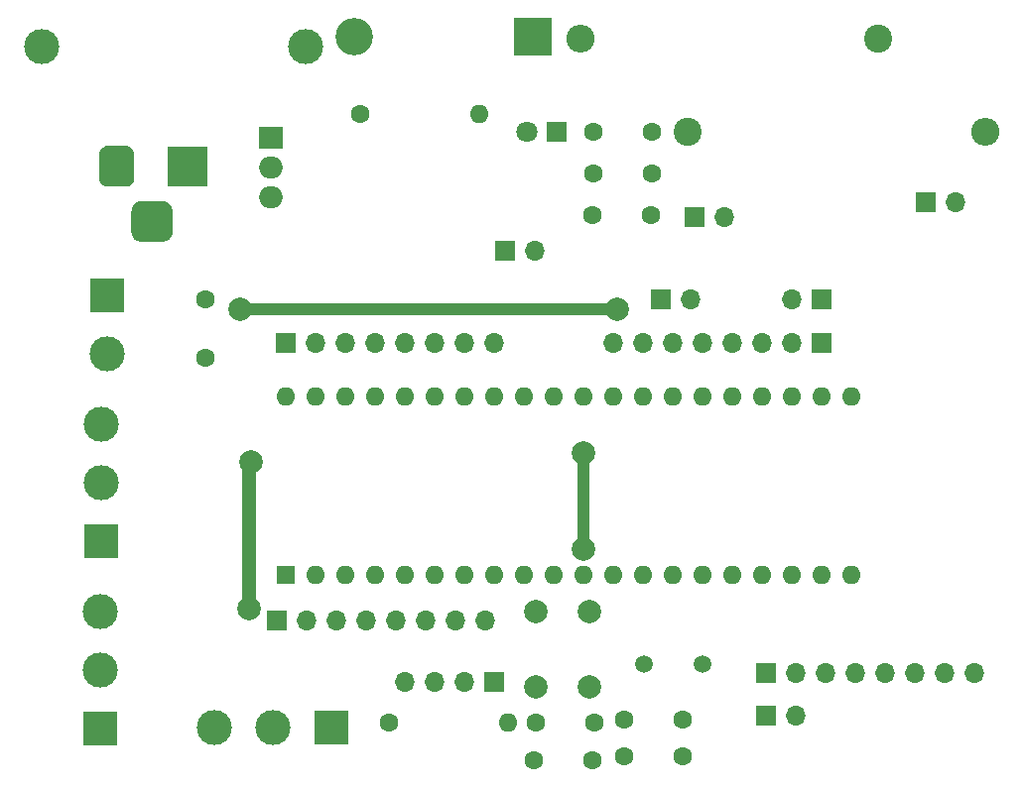
<source format=gtl>
G04 #@! TF.GenerationSoftware,KiCad,Pcbnew,(5.1.5)-3*
G04 #@! TF.CreationDate,2020-06-25T00:50:39+02:00*
G04 #@! TF.ProjectId,Distr_PCB,44697374-725f-4504-9342-2e6b69636164,rev?*
G04 #@! TF.SameCoordinates,Original*
G04 #@! TF.FileFunction,Copper,L1,Top*
G04 #@! TF.FilePolarity,Positive*
%FSLAX46Y46*%
G04 Gerber Fmt 4.6, Leading zero omitted, Abs format (unit mm)*
G04 Created by KiCad (PCBNEW (5.1.5)-3) date 2020-06-25 00:50:39*
%MOMM*%
%LPD*%
G04 APERTURE LIST*
%ADD10C,3.000000*%
%ADD11R,3.000000X3.000000*%
%ADD12O,1.700000X1.700000*%
%ADD13R,1.700000X1.700000*%
%ADD14C,1.600000*%
%ADD15R,3.200000X3.200000*%
%ADD16O,3.200000X3.200000*%
%ADD17R,1.800000X1.800000*%
%ADD18C,1.800000*%
%ADD19R,3.500000X3.500000*%
%ADD20C,0.100000*%
%ADD21C,2.400000*%
%ADD22O,2.400000X2.400000*%
%ADD23O,1.600000X1.600000*%
%ADD24R,2.000000X1.905000*%
%ADD25O,2.000000X1.905000*%
%ADD26C,2.000000*%
%ADD27R,1.600000X1.600000*%
%ADD28C,1.500000*%
%ADD29C,1.000000*%
%ADD30C,1.200000*%
G04 APERTURE END LIST*
D10*
X144145000Y-58905000D03*
X121645000Y-58905000D03*
X136345000Y-117005000D03*
X141345000Y-117005000D03*
D11*
X146345000Y-117005000D03*
D12*
X163710000Y-76280000D03*
D13*
X161170000Y-76280000D03*
D14*
X173702000Y-66180000D03*
X168702000Y-66180000D03*
X135602000Y-85484000D03*
X135602000Y-80484000D03*
D15*
X163542000Y-58052000D03*
D16*
X148302000Y-58052000D03*
D17*
X165574000Y-66180000D03*
D18*
X163034000Y-66180000D03*
D19*
X134030000Y-69100000D03*
G04 #@! TA.AperFunction,ComponentPad*
D20*
G36*
X128853513Y-67353611D02*
G01*
X128926318Y-67364411D01*
X128997714Y-67382295D01*
X129067013Y-67407090D01*
X129133548Y-67438559D01*
X129196678Y-67476398D01*
X129255795Y-67520242D01*
X129310330Y-67569670D01*
X129359758Y-67624205D01*
X129403602Y-67683322D01*
X129441441Y-67746452D01*
X129472910Y-67812987D01*
X129497705Y-67882286D01*
X129515589Y-67953682D01*
X129526389Y-68026487D01*
X129530000Y-68100000D01*
X129530000Y-70100000D01*
X129526389Y-70173513D01*
X129515589Y-70246318D01*
X129497705Y-70317714D01*
X129472910Y-70387013D01*
X129441441Y-70453548D01*
X129403602Y-70516678D01*
X129359758Y-70575795D01*
X129310330Y-70630330D01*
X129255795Y-70679758D01*
X129196678Y-70723602D01*
X129133548Y-70761441D01*
X129067013Y-70792910D01*
X128997714Y-70817705D01*
X128926318Y-70835589D01*
X128853513Y-70846389D01*
X128780000Y-70850000D01*
X127280000Y-70850000D01*
X127206487Y-70846389D01*
X127133682Y-70835589D01*
X127062286Y-70817705D01*
X126992987Y-70792910D01*
X126926452Y-70761441D01*
X126863322Y-70723602D01*
X126804205Y-70679758D01*
X126749670Y-70630330D01*
X126700242Y-70575795D01*
X126656398Y-70516678D01*
X126618559Y-70453548D01*
X126587090Y-70387013D01*
X126562295Y-70317714D01*
X126544411Y-70246318D01*
X126533611Y-70173513D01*
X126530000Y-70100000D01*
X126530000Y-68100000D01*
X126533611Y-68026487D01*
X126544411Y-67953682D01*
X126562295Y-67882286D01*
X126587090Y-67812987D01*
X126618559Y-67746452D01*
X126656398Y-67683322D01*
X126700242Y-67624205D01*
X126749670Y-67569670D01*
X126804205Y-67520242D01*
X126863322Y-67476398D01*
X126926452Y-67438559D01*
X126992987Y-67407090D01*
X127062286Y-67382295D01*
X127133682Y-67364411D01*
X127206487Y-67353611D01*
X127280000Y-67350000D01*
X128780000Y-67350000D01*
X128853513Y-67353611D01*
G37*
G04 #@! TD.AperFunction*
G04 #@! TA.AperFunction,ComponentPad*
G36*
X131990765Y-72054213D02*
G01*
X132075704Y-72066813D01*
X132158999Y-72087677D01*
X132239848Y-72116605D01*
X132317472Y-72153319D01*
X132391124Y-72197464D01*
X132460094Y-72248616D01*
X132523718Y-72306282D01*
X132581384Y-72369906D01*
X132632536Y-72438876D01*
X132676681Y-72512528D01*
X132713395Y-72590152D01*
X132742323Y-72671001D01*
X132763187Y-72754296D01*
X132775787Y-72839235D01*
X132780000Y-72925000D01*
X132780000Y-74675000D01*
X132775787Y-74760765D01*
X132763187Y-74845704D01*
X132742323Y-74928999D01*
X132713395Y-75009848D01*
X132676681Y-75087472D01*
X132632536Y-75161124D01*
X132581384Y-75230094D01*
X132523718Y-75293718D01*
X132460094Y-75351384D01*
X132391124Y-75402536D01*
X132317472Y-75446681D01*
X132239848Y-75483395D01*
X132158999Y-75512323D01*
X132075704Y-75533187D01*
X131990765Y-75545787D01*
X131905000Y-75550000D01*
X130155000Y-75550000D01*
X130069235Y-75545787D01*
X129984296Y-75533187D01*
X129901001Y-75512323D01*
X129820152Y-75483395D01*
X129742528Y-75446681D01*
X129668876Y-75402536D01*
X129599906Y-75351384D01*
X129536282Y-75293718D01*
X129478616Y-75230094D01*
X129427464Y-75161124D01*
X129383319Y-75087472D01*
X129346605Y-75009848D01*
X129317677Y-74928999D01*
X129296813Y-74845704D01*
X129284213Y-74760765D01*
X129280000Y-74675000D01*
X129280000Y-72925000D01*
X129284213Y-72839235D01*
X129296813Y-72754296D01*
X129317677Y-72671001D01*
X129346605Y-72590152D01*
X129383319Y-72512528D01*
X129427464Y-72438876D01*
X129478616Y-72369906D01*
X129536282Y-72306282D01*
X129599906Y-72248616D01*
X129668876Y-72197464D01*
X129742528Y-72153319D01*
X129820152Y-72116605D01*
X129901001Y-72087677D01*
X129984296Y-72066813D01*
X130069235Y-72054213D01*
X130155000Y-72050000D01*
X131905000Y-72050000D01*
X131990765Y-72054213D01*
G37*
G04 #@! TD.AperFunction*
D11*
X127220000Y-80150000D03*
D10*
X127220000Y-85150000D03*
D21*
X192970000Y-58180000D03*
D22*
X167570000Y-58180000D03*
D14*
X148810000Y-64656000D03*
D23*
X158970000Y-64656000D03*
D24*
X141190000Y-66688000D03*
D25*
X141190000Y-69228000D03*
X141190000Y-71768000D03*
D14*
X173702000Y-69736000D03*
X168702000Y-69736000D03*
X173622000Y-73292000D03*
X168622000Y-73292000D03*
D21*
X176750000Y-66180000D03*
D22*
X202150000Y-66180000D03*
D14*
X176295000Y-116330000D03*
X171295000Y-116330000D03*
X171295000Y-119505000D03*
X176295000Y-119505000D03*
X168795000Y-116655000D03*
X163795000Y-116655000D03*
X163645000Y-119805000D03*
X168645000Y-119805000D03*
D10*
X126720000Y-91130000D03*
X126720000Y-96130000D03*
D11*
X126720000Y-101130000D03*
D12*
X152611000Y-113144000D03*
X155151000Y-113144000D03*
X157691000Y-113144000D03*
D13*
X160231000Y-113144000D03*
X183395000Y-112380000D03*
D12*
X185935000Y-112380000D03*
X188475000Y-112380000D03*
X191015000Y-112380000D03*
X193555000Y-112380000D03*
X196095000Y-112380000D03*
X198635000Y-112380000D03*
X201175000Y-112380000D03*
D13*
X183395000Y-116005000D03*
D12*
X185935000Y-116005000D03*
D11*
X126595000Y-117155000D03*
D10*
X126595000Y-112155000D03*
X126595000Y-107155000D03*
D12*
X185630000Y-80505000D03*
D13*
X188170000Y-80505000D03*
D12*
X170391000Y-84188000D03*
X172931000Y-84188000D03*
X175471000Y-84188000D03*
X178011000Y-84188000D03*
X180551000Y-84188000D03*
X183091000Y-84188000D03*
X185631000Y-84188000D03*
D13*
X188171000Y-84188000D03*
X177299000Y-73405000D03*
D12*
X179839000Y-73405000D03*
D13*
X141695000Y-107905000D03*
D12*
X144235000Y-107905000D03*
X146775000Y-107905000D03*
X149315000Y-107905000D03*
X151855000Y-107905000D03*
X154395000Y-107905000D03*
X156935000Y-107905000D03*
X159475000Y-107905000D03*
D13*
X174480000Y-80480000D03*
D12*
X177020000Y-80480000D03*
X199639000Y-72171000D03*
D13*
X197099000Y-72171000D03*
D12*
X160231000Y-84188000D03*
X157691000Y-84188000D03*
X155151000Y-84188000D03*
X152611000Y-84188000D03*
X150071000Y-84188000D03*
X147531000Y-84188000D03*
X144991000Y-84188000D03*
D13*
X142451000Y-84188000D03*
D23*
X161395000Y-116630000D03*
D14*
X151235000Y-116630000D03*
D26*
X168320000Y-113605000D03*
X163820000Y-113605000D03*
X168320000Y-107105000D03*
X163820000Y-107105000D03*
D23*
X142451000Y-88760000D03*
X190711000Y-104000000D03*
X144991000Y-88760000D03*
X188171000Y-104000000D03*
X147531000Y-88760000D03*
X185631000Y-104000000D03*
X150071000Y-88760000D03*
X183091000Y-104000000D03*
X152611000Y-88760000D03*
X180551000Y-104000000D03*
X155151000Y-88760000D03*
X178011000Y-104000000D03*
X157691000Y-88760000D03*
X175471000Y-104000000D03*
X160231000Y-88760000D03*
X172931000Y-104000000D03*
X162771000Y-88760000D03*
X170391000Y-104000000D03*
X165311000Y-88760000D03*
X167851000Y-104000000D03*
X167851000Y-88760000D03*
X165311000Y-104000000D03*
X170391000Y-88760000D03*
X162771000Y-104000000D03*
X172931000Y-88760000D03*
X160231000Y-104000000D03*
X175471000Y-88760000D03*
X157691000Y-104000000D03*
X178011000Y-88760000D03*
X155151000Y-104000000D03*
X180551000Y-88760000D03*
X152611000Y-104000000D03*
X183091000Y-88760000D03*
X150071000Y-104000000D03*
X185631000Y-88760000D03*
X147531000Y-104000000D03*
X188171000Y-88760000D03*
X144991000Y-104000000D03*
X190711000Y-88760000D03*
D27*
X142451000Y-104000000D03*
D28*
X178045000Y-111630000D03*
X173045000Y-111630000D03*
D26*
X167845000Y-101780000D03*
X167845000Y-93580000D03*
X139295000Y-106855000D03*
X170720000Y-81355000D03*
X138595000Y-81280000D03*
X139470000Y-94380000D03*
D29*
X167845000Y-101780000D02*
X167845000Y-93580000D01*
X170645000Y-81280000D02*
X170720000Y-81355000D01*
X138595000Y-81280000D02*
X170645000Y-81280000D01*
X139295000Y-106680000D02*
X139295000Y-106855000D01*
X139295000Y-94555000D02*
X139470000Y-94380000D01*
D30*
X139295000Y-106855000D02*
X139295000Y-94555000D01*
M02*

</source>
